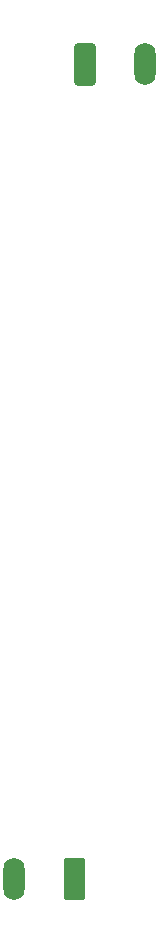
<source format=gbr>
%TF.GenerationSoftware,KiCad,Pcbnew,(5.1.9)-1*%
%TF.CreationDate,2021-03-17T18:47:33-04:00*%
%TF.ProjectId,InverterChargePump,496e7665-7274-4657-9243-686172676550,rev?*%
%TF.SameCoordinates,Original*%
%TF.FileFunction,Soldermask,Bot*%
%TF.FilePolarity,Negative*%
%FSLAX46Y46*%
G04 Gerber Fmt 4.6, Leading zero omitted, Abs format (unit mm)*
G04 Created by KiCad (PCBNEW (5.1.9)-1) date 2021-03-17 18:47:33*
%MOMM*%
%LPD*%
G01*
G04 APERTURE LIST*
%ADD10O,1.800000X3.600000*%
G04 APERTURE END LIST*
D10*
%TO.C,JPower1*%
X135128000Y-64389000D03*
G36*
G01*
X129148000Y-65939000D02*
X129148000Y-62839000D01*
G75*
G02*
X129398000Y-62589000I250000J0D01*
G01*
X130698000Y-62589000D01*
G75*
G02*
X130948000Y-62839000I0J-250000D01*
G01*
X130948000Y-65939000D01*
G75*
G02*
X130698000Y-66189000I-250000J0D01*
G01*
X129398000Y-66189000D01*
G75*
G02*
X129148000Y-65939000I0J250000D01*
G01*
G37*
%TD*%
%TO.C,JOUt1*%
X124079000Y-133350000D03*
G36*
G01*
X130059000Y-131800000D02*
X130059000Y-134900000D01*
G75*
G02*
X129809000Y-135150000I-250000J0D01*
G01*
X128509000Y-135150000D01*
G75*
G02*
X128259000Y-134900000I0J250000D01*
G01*
X128259000Y-131800000D01*
G75*
G02*
X128509000Y-131550000I250000J0D01*
G01*
X129809000Y-131550000D01*
G75*
G02*
X130059000Y-131800000I0J-250000D01*
G01*
G37*
%TD*%
M02*

</source>
